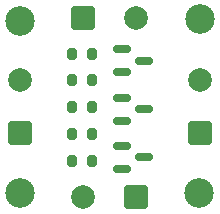
<source format=gts>
G04 #@! TF.GenerationSoftware,KiCad,Pcbnew,7.0.7-7.0.7~ubuntu22.04.1*
G04 #@! TF.CreationDate,2023-08-27T15:16:43-06:00*
G04 #@! TF.ProjectId,Dog Low Water Sensor SMD,446f6720-4c6f-4772-9057-617465722053,rev?*
G04 #@! TF.SameCoordinates,Original*
G04 #@! TF.FileFunction,Soldermask,Top*
G04 #@! TF.FilePolarity,Negative*
%FSLAX46Y46*%
G04 Gerber Fmt 4.6, Leading zero omitted, Abs format (unit mm)*
G04 Created by KiCad (PCBNEW 7.0.7-7.0.7~ubuntu22.04.1) date 2023-08-27 15:16:43*
%MOMM*%
%LPD*%
G01*
G04 APERTURE LIST*
G04 Aperture macros list*
%AMRoundRect*
0 Rectangle with rounded corners*
0 $1 Rounding radius*
0 $2 $3 $4 $5 $6 $7 $8 $9 X,Y pos of 4 corners*
0 Add a 4 corners polygon primitive as box body*
4,1,4,$2,$3,$4,$5,$6,$7,$8,$9,$2,$3,0*
0 Add four circle primitives for the rounded corners*
1,1,$1+$1,$2,$3*
1,1,$1+$1,$4,$5*
1,1,$1+$1,$6,$7*
1,1,$1+$1,$8,$9*
0 Add four rect primitives between the rounded corners*
20,1,$1+$1,$2,$3,$4,$5,0*
20,1,$1+$1,$4,$5,$6,$7,0*
20,1,$1+$1,$6,$7,$8,$9,0*
20,1,$1+$1,$8,$9,$2,$3,0*%
G04 Aperture macros list end*
%ADD10RoundRect,0.150000X-0.587500X-0.150000X0.587500X-0.150000X0.587500X0.150000X-0.587500X0.150000X0*%
%ADD11RoundRect,0.200000X-0.200000X-0.275000X0.200000X-0.275000X0.200000X0.275000X-0.200000X0.275000X0*%
%ADD12RoundRect,0.250000X0.750000X-0.750000X0.750000X0.750000X-0.750000X0.750000X-0.750000X-0.750000X0*%
%ADD13C,2.000000*%
%ADD14RoundRect,0.250000X0.750000X0.750000X-0.750000X0.750000X-0.750000X-0.750000X0.750000X-0.750000X0*%
%ADD15RoundRect,0.250000X-0.750000X-0.750000X0.750000X-0.750000X0.750000X0.750000X-0.750000X0.750000X0*%
%ADD16C,2.500000*%
G04 APERTURE END LIST*
D10*
X150368000Y-79314000D03*
X150368000Y-81214000D03*
X152243000Y-80264000D03*
X150368000Y-75184000D03*
X150368000Y-77084000D03*
X152243000Y-76134000D03*
D11*
X146178000Y-75540700D03*
X147828000Y-75540700D03*
X146178000Y-82366400D03*
X147828000Y-82366400D03*
X146178000Y-77816000D03*
X147828000Y-77816000D03*
X146178000Y-80091200D03*
X147828000Y-80091200D03*
D12*
X141752300Y-82260000D03*
D13*
X141752300Y-77760000D03*
D11*
X146178000Y-84641600D03*
X147828000Y-84641600D03*
D12*
X156972000Y-82260000D03*
D13*
X156972000Y-77760000D03*
D14*
X151588700Y-87686900D03*
D13*
X147088700Y-87686900D03*
D15*
X147102000Y-72495500D03*
D13*
X151602000Y-72495500D03*
D16*
X156925000Y-87376000D03*
X141752300Y-87319100D03*
X141772600Y-72792500D03*
X156972000Y-72644000D03*
D10*
X150368000Y-83378000D03*
X150368000Y-85278000D03*
X152243000Y-84328000D03*
M02*

</source>
